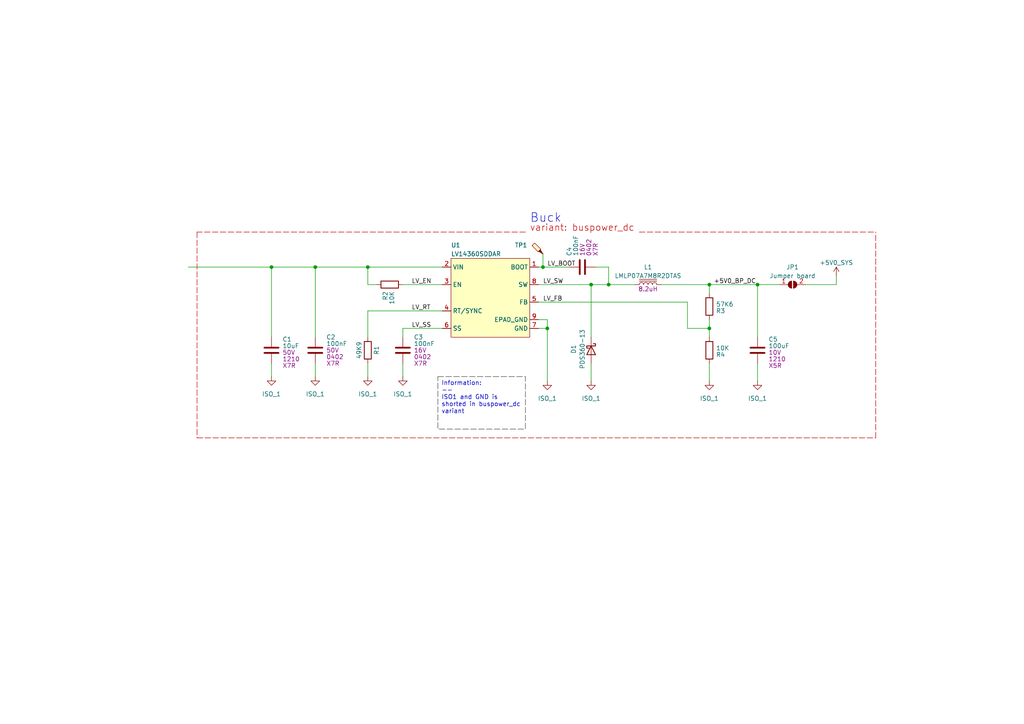
<source format=kicad_sch>
(kicad_sch (version 20230121) (generator eeschema)
  (paper "A4")
  (lib_symbols
    (symbol "Connector:TestPoint_Probe" (pin_numbers hide) (pin_names (offset 0.762) hide)
      (property "Reference" "TP" (at 1.651 5.842 0))
      (property "Value" "TestPoint_Probe" (at 1.651 4.064 0))
      (symbol "TestPoint_Probe_0_1"
        (polyline (pts (xy 1.27 0.762) (xy 0 0) (xy 0.762 1.27) (xy 1.27 0.762)) (fill (type outline)))
        (polyline (pts (xy 1.397 0.635) (xy 0.635 1.397) (xy 2.413 3.175) (xy 3.175 2.413) (xy 1.397 0.635)) (fill (type background)))
      )
      (symbol "TestPoint_Probe_1_1"
        (pin passive line (at 0 0 90) (length 0) (name "1") (number "1"))
      )
    )
    (symbol "Device:C" (pin_numbers hide) (pin_names (offset 0.254))
      (property "Reference" "C" (at 0.635 2.54 0))
      (property "Value" "C" (at 0.635 -2.54 0))
      (symbol "C_0_1"
        (polyline (pts (xy -2.032 -0.762) (xy 2.032 -0.762)) (stroke (width 0.508)))
        (polyline (pts (xy -2.032 0.762) (xy 2.032 0.762)) (stroke (width 0.508)))
      )
      (symbol "C_1_1"
        (pin passive line (at 0 3.81 270) (length 2.794) (name "~") (number "1"))
        (pin passive line (at 0 -3.81 90) (length 2.794) (name "~") (number "2"))
      )
    )
    (symbol "Device:D_Schottky" (pin_numbers hide) (pin_names (offset 1.016) hide)
      (property "Reference" "D" (at 0 2.54 0))
      (property "Value" "D_Schottky" (at 0 -2.54 0))
      (symbol "D_Schottky_0_1"
        (polyline (pts (xy 1.27 0) (xy -1.27 0)))
        (polyline (pts (xy 1.27 1.27) (xy 1.27 -1.27) (xy -1.27 0) (xy 1.27 1.27)) (stroke (width 0.254)))
        (polyline (pts (xy -1.905 0.635) (xy -1.905 1.27) (xy -1.27 1.27) (xy -1.27 -1.27) (xy -0.635 -1.27) (xy -0.635 -0.635)) (stroke (width 0.254)))
      )
      (symbol "D_Schottky_1_1"
        (pin passive line (at -3.81 0 0) (length 2.54) (name "K") (number "1"))
        (pin passive line (at 3.81 0 180) (length 2.54) (name "A") (number "2"))
      )
    )
    (symbol "Device:L_Iron" (pin_numbers hide) (pin_names (offset 1.016) hide)
      (property "Reference" "L" (at -1.27 0 90))
      (property "Value" "L_Iron" (at 2.794 0 90))
      (symbol "L_Iron_0_1"
        (arc (start 0 -2.54) (mid 0.6323 -1.905) (end 0 -1.27))
        (arc (start 0 -1.27) (mid 0.6323 -0.635) (end 0 0))
        (polyline (pts (xy 1.016 2.54) (xy 1.016 -2.54)))
        (polyline (pts (xy 1.524 -2.54) (xy 1.524 2.54)))
        (arc (start 0 0) (mid 0.6323 0.635) (end 0 1.27))
        (arc (start 0 1.27) (mid 0.6323 1.905) (end 0 2.54))
      )
      (symbol "L_Iron_1_1"
        (pin passive line (at 0 3.81 270) (length 1.27) (name "1") (number "1"))
        (pin passive line (at 0 -3.81 90) (length 1.27) (name "2") (number "2"))
      )
    )
    (symbol "Device:R" (pin_numbers hide) (pin_names (offset 0))
      (property "Reference" "R" (at 2.032 0 90))
      (property "Value" "R" (at 0 0 90))
      (symbol "R_0_1"
        (rectangle (start -1.016 -2.54) (end 1.016 2.54) (stroke (width 0.254)))
      )
      (symbol "R_1_1"
        (pin passive line (at 0 3.81 270) (length 1.27) (name "~") (number "1"))
        (pin passive line (at 0 -3.81 90) (length 1.27) (name "~") (number "2"))
      )
    )
    (symbol "Jumper:SolderJumper_2_Open" (pin_names (offset 0) hide)
      (property "Reference" "JP" (at 0 2.032 0))
      (property "Value" "SolderJumper_2_Open" (at 0 -2.54 0))
      (symbol "SolderJumper_2_Open_0_1"
        (arc (start -0.254 1.016) (mid -1.2656 0) (end -0.254 -1.016))
        (arc (start -0.254 1.016) (mid -1.2656 0) (end -0.254 -1.016) (fill (type outline)))
        (polyline (pts (xy -0.254 1.016) (xy -0.254 -1.016)))
        (polyline (pts (xy 0.254 1.016) (xy 0.254 -1.016)))
        (arc (start 0.254 -1.016) (mid 1.2656 0) (end 0.254 1.016))
        (arc (start 0.254 -1.016) (mid 1.2656 0) (end 0.254 1.016) (fill (type outline)))
      )
      (symbol "SolderJumper_2_Open_1_1"
        (pin passive line (at -3.81 0 0) (length 2.54) (name "A") (number "1"))
        (pin passive line (at 3.81 0 180) (length 2.54) (name "B") (number "2"))
      )
    )
    (symbol "vhrd_pmic_regulator:LV14360SDDAR"
      (property "Reference" "U" (at 0 5.08 0))
      (property "Value" "LV14360SDDAR" (at 0 2.54 0))
      (symbol "LV14360SDDAR_1_1"
        (rectangle (start 0 0) (end 22.86 -22.86) (fill (type background)))
        (pin passive line (at 25.4 -2.54 180) (length 2.54) (name "BOOT") (number "1"))
        (pin power_in line (at -2.54 -2.54 0) (length 2.54) (name "VIN") (number "2"))
        (pin input line (at -2.54 -7.62 0) (length 2.54) (name "EN") (number "3"))
        (pin input line (at -2.54 -15.24 0) (length 2.54) (name "RT/SYNC") (number "4"))
        (pin input line (at 25.4 -12.7 180) (length 2.54) (name "FB") (number "5"))
        (pin input line (at -2.54 -20.32 0) (length 2.54) (name "SS") (number "6"))
        (pin power_in line (at 25.4 -20.32 180) (length 2.54) (name "GND") (number "7"))
        (pin power_out line (at 25.4 -7.62 180) (length 2.54) (name "SW") (number "8"))
        (pin power_in line (at 25.4 -17.78 180) (length 2.54) (name "EPAD_GND") (number "9"))
      )
    )
    (symbol "vhrd_power:+5V0_SYS" (power) (pin_names (offset 0))
      (property "Value" "+5V0_SYS" (at 0 3.81 0))
      (symbol "+5V0_SYS_0_1"
        (polyline (pts (xy -0.762 1.27) (xy 0 2.54)))
        (polyline (pts (xy 0 0) (xy 0 2.54)))
        (polyline (pts (xy 0 2.54) (xy 0.762 1.27)))
      )
      (symbol "+5V0_SYS_1_1"
        (pin power_in line (at 0 0 90) (length 0) hide (name "+5V0_SYS") (number "1"))
      )
    )
    (symbol "vhrd_power:ISO_1" (power) (pin_names (offset 0))
      (property "Value" "ISO_1" (at 0 -3.81 0))
      (symbol "ISO_1_0_1"
        (polyline (pts (xy 0 0) (xy 0 -1.27) (xy 1.27 -1.27) (xy 0 -2.54) (xy -1.27 -1.27) (xy 0 -1.27)))
      )
      (symbol "ISO_1_1_1"
        (pin power_in line (at 0 0 270) (length 0) hide (name "ISO_1") (number "1"))
      )
    )
  )
  (junction (at 219.71 82.55))
  (junction (at 205.74 95.25))
  (junction (at 106.68 77.47))
  (junction (at 157.48 77.47))
  (junction (at 205.74 82.55))
  (junction (at 171.45 82.55))
  (junction (at 176.53 82.55))
  (junction (at 158.75 95.25))
  (junction (at 91.44 77.47))
  (junction (at 78.74 77.47))
  (wire (pts (xy 219.71 82.55) (xy 226.06 82.55)))
  (wire (pts (xy 172.72 77.47) (xy 176.53 77.47)))
  (wire (pts (xy 156.21 87.63) (xy 199.39 87.63)))
  (wire (pts (xy 199.39 95.25) (xy 205.74 95.25)))
  (wire (pts (xy 156.21 92.71) (xy 158.75 92.71)))
  (wire (pts (xy 205.74 82.55) (xy 205.74 85.09)))
  (wire (pts (xy 205.74 105.41) (xy 205.74 110.49)))
  (wire (pts (xy 106.68 77.47) (xy 128.27 77.47)))
  (wire (pts (xy 156.21 82.55) (xy 171.45 82.55)))
  (wire (pts (xy 78.74 77.47) (xy 91.44 77.47)))
  (wire (pts (xy 157.48 73.66) (xy 157.48 77.47)))
  (wire (pts (xy 205.74 82.55) (xy 219.71 82.55)))
  (wire (pts (xy 233.68 82.55) (xy 242.57 82.55)))
  (wire (pts (xy 91.44 77.47) (xy 106.68 77.47)))
  (wire (pts (xy 199.39 87.63) (xy 199.39 95.25)))
  (wire (pts (xy 242.57 82.55) (xy 242.57 80.01)))
  (wire (pts (xy 205.74 95.25) (xy 205.74 92.71)))
  (wire (pts (xy 116.84 82.55) (xy 128.27 82.55)))
  (wire (pts (xy 91.44 97.79) (xy 91.44 77.47)))
  (wire (pts (xy 78.74 105.41) (xy 78.74 109.22)))
  (wire (pts (xy 205.74 97.79) (xy 205.74 95.25)))
  (wire (pts (xy 219.71 97.79) (xy 219.71 82.55)))
  (wire (pts (xy 54.61 77.47) (xy 78.74 77.47)))
  (wire (pts (xy 171.45 82.55) (xy 176.53 82.55)))
  (wire (pts (xy 158.75 110.49) (xy 158.75 95.25)))
  (polyline (pts (xy 57.15 127) (xy 254 127)) (stroke (width 0) (type dash) (color 194 0 0 1)))
  (wire (pts (xy 91.44 105.41) (xy 91.44 109.22)))
  (wire (pts (xy 116.84 105.41) (xy 116.84 109.22)))
  (wire (pts (xy 156.21 77.47) (xy 157.48 77.47)))
  (wire (pts (xy 116.84 97.79) (xy 116.84 95.25)))
  (wire (pts (xy 106.68 90.17) (xy 128.27 90.17)))
  (polyline (pts (xy 152.4 67.31) (xy 57.15 67.31)) (stroke (width 0) (type dash) (color 194 0 0 1)))
  (wire (pts (xy 78.74 97.79) (xy 78.74 77.47)))
  (polyline (pts (xy 254 127) (xy 254 67.31)) (stroke (width 0) (type dash) (color 194 0 0 1)))
  (wire (pts (xy 171.45 82.55) (xy 171.45 97.79)))
  (polyline (pts (xy 185.42 67.31) (xy 254 67.31)) (stroke (width 0) (type dash) (color 194 0 0 1)))
  (wire (pts (xy 106.68 82.55) (xy 109.22 82.55)))
  (wire (pts (xy 158.75 95.25) (xy 156.21 95.25)))
  (wire (pts (xy 106.68 105.41) (xy 106.68 109.22)))
  (wire (pts (xy 158.75 92.71) (xy 158.75 95.25)))
  (wire (pts (xy 106.68 90.17) (xy 106.68 97.79)))
  (wire (pts (xy 171.45 105.41) (xy 171.45 110.49)))
  (wire (pts (xy 176.53 77.47) (xy 176.53 82.55)))
  (wire (pts (xy 191.77 82.55) (xy 205.74 82.55)))
  (wire (pts (xy 176.53 82.55) (xy 184.15 82.55)))
  (wire (pts (xy 116.84 95.25) (xy 128.27 95.25)))
  (polyline (pts (xy 57.15 67.31) (xy 57.15 127)) (stroke (width 0) (type dash) (color 194 0 0 1)))
  (wire (pts (xy 106.68 77.47) (xy 106.68 82.55)))
  (wire (pts (xy 157.48 77.47) (xy 165.1 77.47)))
  (wire (pts (xy 219.71 105.41) (xy 219.71 110.49)))
  (text_box "Information:\n--\nISO1 and GND is shorted in buspower_dc variant\n" (at 127 109.22 0) (size 25.4 15.24) (stroke (width 0.1524) (type dash) (color 72 72 72 1)) (effects (font (size 1.27 1.27)) (justify left top)))
  (text "Buck" (at 153.67 64.77 0) (effects (font (size 2.54 2.54)) (justify left bottom)))
  (text "variant: buspower_dc" (at 153.67 67.31 0) (effects (font (size 1.905 1.905)) (justify left bottom)))
  (label "LV_FB" (at 157.48 87.63 0))
  (label "LV_SS" (at 119.38 95.25 0))
  (label "+5V0_BP_DC" (at 207.01 82.55 0))
  (label "LV_BOOT" (at 158.75 77.47 0))
  (label "LV_EN" (at 119.38 82.55 0))
  (label "LV_SW" (at 157.48 82.55 0))
  (label "LV_RT" (at 119.38 90.17 0))
  (symbol (lib_id "Device:R") (at 113.03 82.55 90) (mirror x) (unit 1)
    (property "Reference" "R2" (at 111.76 84.455 0) (effects (justify left)))
    (property "Value" "10K" (at 113.665 84.455 0) (effects (justify left)))
    (property "Footprint" "Resistor_SMD:R_0402_1005Metric" (effects hide))
    (property "Mpn1" "RM04F1002CT" (effects hide))
    (property "Mpn2" "RMCF0402FT10K0" (effects hide))
    (property "Mpn3" "CR0402-FX-1002GLF" (effects hide))
    (property "Variant" "bp_dc" (effects hide))
  )
  (symbol (lib_id "Device:C") (at 78.74 101.6 0) (unit 1)
    (property "Reference" "C1" (at 81.915 98.425 0) (effects (justify left)))
    (property "Value" "10uF" (at 81.915 100.33 0) (effects (justify left)))
    (property "Footprint" "Capacitor_SMD:C_1210_3225Metric" (effects hide))
    (property "Voltage" "50V" (at 81.915 102.235 0) (effects (justify left)))
    (property "Mpn1" "Samsung:CL32B106KBJNNNE - ТАМ КУЧА РАЗНЫХ МОДИФИКАЦИЙ" (effects hide))
    (property "Dielectric" "X7R" (at 81.915 106.045 0) (effects (justify left)))
    (property "Package" "1210" (at 81.915 104.14 0) (effects (justify left)))
    (property "Variant" "bp_dc" (effects hide))
    (property "Mpn2" "YAGEO:CC1210KKX7R9BB106" (effects hide))
  )
  (symbol (lib_id "Connector:TestPoint_Probe") (at 157.48 73.66 0) (mirror y) (unit 1)
    (property "Reference" "TP1" (at 151.13 71.12 0))
    (property "Value" "TestPoint_Probe" (effects hide))
    (property "Footprint" "TestPoint:TestPoint_Pad_D1.5mm" (effects hide))
  )
  (symbol (lib_id "vhrd_power:ISO_1") (at 205.74 110.49 0) (mirror y) (unit 1)
    (property "Reference" "#PWR07" (effects hide))
    (property "Value" "ISO_1" (at 205.74 115.57 0))
  )
  (symbol (lib_id "Device:C") (at 116.84 101.6 0) (unit 1)
    (property "Reference" "C3" (at 120.015 97.79 0) (effects (justify left)))
    (property "Value" "100nF" (at 120.015 99.695 0) (effects (justify left)))
    (property "Footprint" "Capacitor_SMD:C_0402_1005Metric" (effects hide))
    (property "Voltage" "16V" (at 120.015 101.6 0) (effects (justify left)))
    (property "Dielectric" "X7R" (at 120.015 105.41 0) (effects (justify left)))
    (property "Package" "0402" (at 120.015 103.505 0) (effects (justify left)))
    (property "Vworking" "3.3V" (effects hide))
    (property "Variant" "bp_dc" (effects hide))
    (property "Mpn1" "Samsung:CL05B104KQ5NNNC  " (effects hide))
    (property "Mpn2" "YAGEO:CC0402KRX7R5BB104" (effects hide))
  )
  (symbol (lib_id "vhrd_power:ISO_1") (at 116.84 109.22 0) (mirror y) (unit 1)
    (property "Reference" "#PWR04" (effects hide))
    (property "Value" "ISO_1" (at 116.84 114.3 0))
  )
  (symbol (lib_id "Device:C") (at 219.71 101.6 0) (unit 1)
    (property "Reference" "C5" (at 222.885 98.425 0) (effects (justify left)))
    (property "Value" "100uF" (at 222.885 100.33 0) (effects (justify left)))
    (property "Footprint" "Capacitor_SMD:C_1210_3225Metric" (effects hide))
    (property "Voltage" "10V" (at 222.885 102.235 0) (effects (justify left)))
    (property "Mpn1" "Murata:GRM32ER61A107ME20K" (effects hide))
    (property "Dielectric" "X5R" (at 222.885 106.045 0) (effects (justify left)))
    (property "Package" "1210" (at 222.885 104.14 0) (effects (justify left)))
    (property "Variant" "bp_dc" (effects hide))
    (property "Mpn2" "Murata:GRM32ER61A107ME20L  Samsung:CL32A107MPVNNNE" (effects hide))
  )
  (symbol (lib_id "vhrd_power:+5V0_SYS") (at 242.57 80.01 0) (unit 1)
    (property "Reference" "#PWR09" (effects hide))
    (property "Value" "+5V0_SYS" (at 242.57 76.2 0))
  )
  (symbol (lib_id "Device:R") (at 205.74 101.6 0) (mirror x) (unit 1)
    (property "Reference" "R4" (at 207.645 102.87 0) (effects (justify left)))
    (property "Value" "10K" (at 207.645 100.965 0) (effects (justify left)))
    (property "Footprint" "Resistor_SMD:R_0402_1005Metric" (effects hide))
    (property "Mpn1" "RM04F1002CT" (effects hide))
    (property "Mpn2" "RMCF0402FT10K0" (effects hide))
    (property "Mpn3" "CR0402-FX-1002GLF" (effects hide))
    (property "Variant" "bp_dc" (effects hide))
  )
  (symbol (lib_id "Device:C") (at 91.44 101.6 0) (unit 1)
    (property "Reference" "C2" (at 94.615 97.79 0) (effects (justify left)))
    (property "Value" "100nF" (at 94.615 99.695 0) (effects (justify left)))
    (property "Footprint" "Capacitor_SMD:C_0402_1005Metric" (effects hide))
    (property "Voltage" "50V" (at 94.615 101.6 0) (effects (justify left)))
    (property "Dielectric" "X7R" (at 94.615 105.41 0) (effects (justify left)))
    (property "Package" "0402" (at 94.615 103.505 0) (effects (justify left)))
    (property "Vworking" "36V" (effects hide))
    (property "Variant" "bp_dc" (effects hide))
    (property "Mpn1" "Samsung:CL05B104KQ5NNNC  " (effects hide))
    (property "Mpn2" "YAGEO:CC0402KRX7R5BB104" (effects hide))
  )
  (symbol (lib_id "Jumper:SolderJumper_2_Open") (at 229.87 82.55 0) (unit 1) (in_bom no)
    (property "Reference" "JP1" (at 229.87 77.47 0))
    (property "Value" "Jumper board" (at 229.87 80.01 0))
    (property "Footprint" "vhrd_generic:PCB_JUMPER" (effects hide))
  )
  (symbol (lib_id "Device:L_Iron") (at 187.96 82.55 90) (unit 1)
    (property "Reference" "L1" (at 187.96 77.47 90))
    (property "Value" "LMLP07A7M8R2DTAS" (at 187.96 80.01 90))
    (property "Footprint" "vhrd_inductor:LMLP07A7" (effects hide))
    (property "Irated" "4.5A" (effects hide))
    (property "Inductance" "8.2uH" (at 187.96 83.82 90))
    (property "Isat" "6A" (effects hide))
    (property "Variant" "bp_dc" (effects hide))
  )
  (symbol (lib_id "Device:C") (at 168.91 77.47 90) (unit 1)
    (property "Reference" "C4" (at 165.1 74.295 0) (effects (justify left)))
    (property "Value" "100nF" (at 167.005 74.295 0) (effects (justify left)))
    (property "Footprint" "Capacitor_SMD:C_0402_1005Metric" (effects hide))
    (property "Voltage" "16V" (at 168.91 74.295 0) (effects (justify left)))
    (property "Dielectric" "X7R" (at 172.72 74.295 0) (effects (justify left)))
    (property "Package" "0402" (at 170.815 74.295 0) (effects (justify left)))
    (property "Vworking" "3.3V" (effects hide))
    (property "Variant" "bp_dc" (effects hide))
    (property "Mpn1" "Samsung:CL05B104KQ5NNNC  " (effects hide))
    (property "Mpn2" "YAGEO:CC0402KRX7R5BB104" (effects hide))
  )
  (symbol (lib_id "vhrd_power:ISO_1") (at 158.75 110.49 0) (mirror y) (unit 1)
    (property "Reference" "#PWR05" (effects hide))
    (property "Value" "ISO_1" (at 158.75 115.57 0))
  )
  (symbol (lib_id "vhrd_power:ISO_1") (at 219.71 110.49 0) (mirror y) (unit 1)
    (property "Reference" "#PWR08" (effects hide))
    (property "Value" "ISO_1" (at 219.71 115.57 0))
  )
  (symbol (lib_id "Device:D_Schottky") (at 171.45 101.6 270) (unit 1)
    (property "Reference" "D1" (at 166.37 101.2825 0))
    (property "Value" "PDS360-13" (at 168.91 101.2825 0))
    (property "Footprint" "Diode_SMD:D_PowerDI-5" (effects hide))
    (property "Vrated" "60V" (effects hide))
    (property "Irated" "3A" (effects hide))
    (property "Variant" "bp_dc" (effects hide))
  )
  (symbol (lib_id "Device:R") (at 205.74 88.9 0) (mirror x) (unit 1)
    (property "Reference" "R3" (at 207.645 90.17 0) (effects (justify left)))
    (property "Value" "57K6" (at 207.645 88.265 0) (effects (justify left)))
    (property "Footprint" "Resistor_SMD:R_0402_1005Metric" (effects hide))
    (property "Mpn1" "RMCF0402FT57K6" (effects hide))
    (property "Mpn2" "RC0402FR-0757K6L" (effects hide))
    (property "Mpn3" "AC0402FR-0757K6L" (effects hide))
    (property "Variant" "bp_dc" (effects hide))
  )
  (symbol (lib_id "vhrd_pmic_regulator:LV14360SDDAR") (at 130.81 74.93 0) (unit 1)
    (property "Reference" "U1" (at 130.81 71.12 0) (effects (justify left)))
    (property "Value" "LV14360SDDAR" (at 130.81 73.66 0) (effects (justify left)))
    (property "Footprint" "Package_SO:SOIC-8-1EP_3.9x4.9mm_P1.27mm_EP2.95x4.9mm_Mask2.71x3.4mm_ThermalVias" (effects hide))
    (property "Datasheet" "https://www.ti.com/lit/ds/symlink/lv14360.pdf" (effects hide))
    (property "Variant" "bp_dc" (effects hide))
  )
  (symbol (lib_id "vhrd_power:ISO_1") (at 106.68 109.22 0) (mirror y) (unit 1)
    (property "Reference" "#PWR03" (effects hide))
    (property "Value" "ISO_1" (at 106.68 114.3 0))
  )
  (symbol (lib_id "vhrd_power:ISO_1") (at 78.74 109.22 0) (mirror y) (unit 1)
    (property "Reference" "#PWR01" (effects hide))
    (property "Value" "ISO_1" (at 78.74 114.3 0))
  )
  (symbol (lib_id "vhrd_power:ISO_1") (at 91.44 109.22 0) (mirror y) (unit 1)
    (property "Reference" "#PWR02" (effects hide))
    (property "Value" "ISO_1" (at 91.44 114.3 0))
  )
  (symbol (lib_id "vhrd_power:ISO_1") (at 171.45 110.49 0) (mirror y) (unit 1)
    (property "Reference" "#PWR06" (effects hide))
    (property "Value" "ISO_1" (at 171.45 115.57 0))
  )
  (symbol (lib_id "Device:R") (at 106.68 101.6 0) (unit 1)
    (property "Reference" "R1" (at 109.22 101.6 90))
    (property "Value" "49K9" (at 104.14 101.6 90))
    (property "Footprint" "Resistor_SMD:R_0402_1005Metric" (effects hide))
    (property "Mpn1" "RMCF0402FT49K9" (effects hide))
    (property "Mpn2" "CR0402-FX-4992GLF" (effects hide))
    (property "Variant" "bp_dc" (effects hide))
  )
)
</source>
